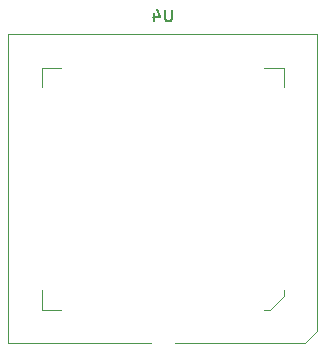
<source format=gbr>
G04 #@! TF.GenerationSoftware,KiCad,Pcbnew,(5.1.9)-1*
G04 #@! TF.CreationDate,2021-05-18T14:16:41+01:00*
G04 #@! TF.ProjectId,RGBtoHDMI Amiga Denise PLCC SMT Breakout FFC,52474274-6f48-4444-9d49-20416d696761,1*
G04 #@! TF.SameCoordinates,Original*
G04 #@! TF.FileFunction,Legend,Bot*
G04 #@! TF.FilePolarity,Positive*
%FSLAX46Y46*%
G04 Gerber Fmt 4.6, Leading zero omitted, Abs format (unit mm)*
G04 Created by KiCad (PCBNEW (5.1.9)-1) date 2021-05-18 14:16:41*
%MOMM*%
%LPD*%
G01*
G04 APERTURE LIST*
%ADD10C,0.120000*%
%ADD11C,0.100000*%
%ADD12C,0.150000*%
G04 APERTURE END LIST*
D10*
X166354000Y-82793000D02*
X177424000Y-82793000D01*
X177424000Y-82793000D02*
X178424000Y-81793000D01*
X178424000Y-81793000D02*
X178424000Y-56653000D01*
X178424000Y-56653000D02*
X152284000Y-56653000D01*
X152284000Y-56653000D02*
X152284000Y-82793000D01*
X152284000Y-82793000D02*
X164354000Y-82793000D01*
D11*
X173949000Y-79968000D02*
X174449000Y-79968000D01*
X174449000Y-79968000D02*
X175599000Y-78818000D01*
X175599000Y-78818000D02*
X175599000Y-78318000D01*
X156759000Y-79968000D02*
X155109000Y-79968000D01*
X155109000Y-79968000D02*
X155109000Y-78318000D01*
X173949000Y-59478000D02*
X175599000Y-59478000D01*
X175599000Y-59478000D02*
X175599000Y-61128000D01*
X156759000Y-59478000D02*
X155109000Y-59478000D01*
X155109000Y-59478000D02*
X155109000Y-61128000D01*
D12*
X166115904Y-54570380D02*
X166115904Y-55379904D01*
X166068285Y-55475142D01*
X166020666Y-55522761D01*
X165925428Y-55570380D01*
X165734952Y-55570380D01*
X165639714Y-55522761D01*
X165592095Y-55475142D01*
X165544476Y-55379904D01*
X165544476Y-54570380D01*
X164639714Y-54903714D02*
X164639714Y-55570380D01*
X164877809Y-54522761D02*
X165115904Y-55237047D01*
X164496857Y-55237047D01*
M02*

</source>
